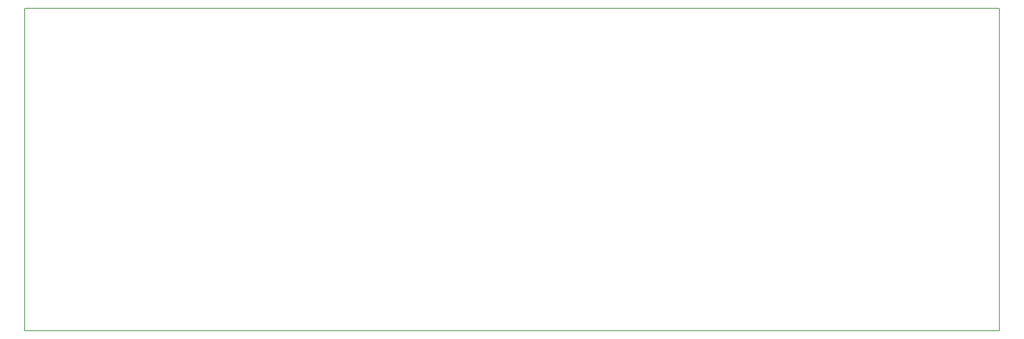
<source format=gbr>
%TF.GenerationSoftware,KiCad,Pcbnew,6.0.8+dfsg-1*%
%TF.CreationDate,2022-10-27T21:27:43-03:00*%
%TF.ProjectId,Calebe94,43616c65-6265-4393-942e-6b696361645f,rev?*%
%TF.SameCoordinates,Original*%
%TF.FileFunction,Profile,NP*%
%FSLAX46Y46*%
G04 Gerber Fmt 4.6, Leading zero omitted, Abs format (unit mm)*
G04 Created by KiCad (PCBNEW 6.0.8+dfsg-1) date 2022-10-27 21:27:43*
%MOMM*%
%LPD*%
G01*
G04 APERTURE LIST*
%TA.AperFunction,Profile*%
%ADD10C,0.150000*%
%TD*%
G04 APERTURE END LIST*
D10*
X40000000Y-55850000D02*
X267750000Y-55850000D01*
X267750000Y-55850000D02*
X267750000Y-131250000D01*
X267750000Y-131250000D02*
X40000000Y-131250000D01*
X40000000Y-131250000D02*
X40000000Y-55850000D01*
M02*

</source>
